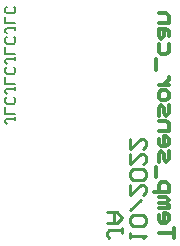
<source format=gbo>
G04*
G04 #@! TF.GenerationSoftware,Altium Limited,CircuitStudio,1.5.2 (30)*
G04*
G04 Layer_Color=32896*
%FSLAX25Y25*%
%MOIN*%
G70*
G01*
G75*
%ADD28C,0.01181*%
%ADD36C,0.01000*%
%ADD58C,0.00630*%
D28*
X329526Y163779D02*
Y167191D01*
Y165485D01*
X324410D01*
Y171454D02*
Y169749D01*
X325262Y168896D01*
X326968D01*
X327820Y169749D01*
Y171454D01*
X326968Y172307D01*
X326115D01*
Y168896D01*
X324410Y174012D02*
X327820D01*
Y174865D01*
X326968Y175718D01*
X324410D01*
X326968D01*
X327820Y176571D01*
X326968Y177423D01*
X324410D01*
X322704Y179129D02*
X327820D01*
Y181687D01*
X326968Y182540D01*
X325262D01*
X324410Y181687D01*
Y179129D01*
X323557Y184245D02*
Y187656D01*
X324410Y189362D02*
Y191920D01*
X325262Y192773D01*
X326115Y191920D01*
Y190215D01*
X326968Y189362D01*
X327820Y190215D01*
Y192773D01*
X324410Y197037D02*
Y195331D01*
X325262Y194478D01*
X326968D01*
X327820Y195331D01*
Y197037D01*
X326968Y197889D01*
X326115D01*
Y194478D01*
X324410Y199595D02*
X327820D01*
Y202153D01*
X326968Y203006D01*
X324410D01*
Y204711D02*
Y207269D01*
X325262Y208122D01*
X326115Y207269D01*
Y205564D01*
X326968Y204711D01*
X327820Y205564D01*
Y208122D01*
X324410Y210680D02*
Y212386D01*
X325262Y213239D01*
X326968D01*
X327820Y212386D01*
Y210680D01*
X326968Y209828D01*
X325262D01*
X324410Y210680D01*
X327820Y214944D02*
X324410D01*
X326115D01*
X326968Y215797D01*
X327820Y216650D01*
Y217502D01*
X323557Y220061D02*
Y223472D01*
X327820Y228588D02*
Y226030D01*
X326968Y225177D01*
X325262D01*
X324410Y226030D01*
Y228588D01*
X327820Y231146D02*
Y232852D01*
X326968Y233704D01*
X324410D01*
Y231146D01*
X325262Y230293D01*
X326115Y231146D01*
Y233704D01*
X324410Y235410D02*
X327820D01*
Y237968D01*
X326968Y238821D01*
X324410D01*
D36*
X314961Y163779D02*
Y165485D01*
Y164632D01*
X320077D01*
X319224Y163779D01*
Y168043D02*
X320077Y168896D01*
Y170601D01*
X319224Y171454D01*
X315813D01*
X314961Y170601D01*
Y168896D01*
X315813Y168043D01*
X319224D01*
X314961Y173160D02*
X318372Y176571D01*
X314961Y181687D02*
Y178276D01*
X318372Y181687D01*
X319224D01*
X320077Y180834D01*
Y179129D01*
X319224Y178276D01*
Y183393D02*
X320077Y184245D01*
Y185951D01*
X319224Y186804D01*
X315813D01*
X314961Y185951D01*
Y184245D01*
X315813Y183393D01*
X319224D01*
X314961Y191920D02*
Y188509D01*
X318372Y191920D01*
X319224D01*
X320077Y191067D01*
Y189362D01*
X319224Y188509D01*
X314961Y197037D02*
Y193625D01*
X318372Y197037D01*
X319224D01*
X320077Y196184D01*
Y194478D01*
X319224Y193625D01*
X312203Y167309D02*
Y165603D01*
Y166456D01*
X307939D01*
X307087Y165603D01*
Y164750D01*
X307939Y163898D01*
X307087Y169014D02*
X310498D01*
X312203Y170720D01*
X310498Y172425D01*
X307087D01*
X309645D01*
Y169014D01*
D58*
X276574Y204199D02*
Y203084D01*
Y203641D01*
X273786D01*
X273228Y203084D01*
Y202526D01*
X273786Y201969D01*
X276574Y205314D02*
X273228D01*
Y207544D01*
X276016Y210890D02*
X276574Y210332D01*
Y209217D01*
X276016Y208659D01*
X273786D01*
X273228Y209217D01*
Y210332D01*
X273786Y210890D01*
X276574Y214235D02*
Y213120D01*
Y213677D01*
X273786D01*
X273228Y213120D01*
Y212562D01*
X273786Y212005D01*
X276574Y215350D02*
X273228D01*
Y217580D01*
X276016Y220926D02*
X276574Y220368D01*
Y219253D01*
X276016Y218695D01*
X273786D01*
X273228Y219253D01*
Y220368D01*
X273786Y220926D01*
X276574Y224271D02*
Y223156D01*
Y223713D01*
X273786D01*
X273228Y223156D01*
Y222598D01*
X273786Y222041D01*
X276574Y225386D02*
X273228D01*
Y227616D01*
X276016Y230962D02*
X276574Y230404D01*
Y229289D01*
X276016Y228732D01*
X273786D01*
X273228Y229289D01*
Y230404D01*
X273786Y230962D01*
X276574Y234307D02*
Y233192D01*
Y233750D01*
X273786D01*
X273228Y233192D01*
Y232634D01*
X273786Y232077D01*
X276574Y235422D02*
X273228D01*
Y237653D01*
X276016Y240998D02*
X276574Y240440D01*
Y239325D01*
X276016Y238768D01*
X273786D01*
X273228Y239325D01*
Y240440D01*
X273786Y240998D01*
M02*

</source>
